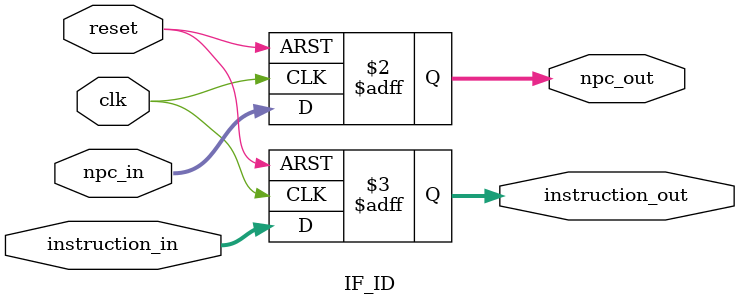
<source format=v>
`timescale 1ns / 1ps

module IF_ID(
    input clk, 
    input reset,
    input [31:0] npc_in, 
    input [31:0] instruction_in,
    output reg [31:0] npc_out, instruction_out
);
    always @(posedge clk or posedge reset) begin
        if (reset) begin
            npc_out <= 32'b0;
            instruction_out <= 32'b0;
        end else begin
            npc_out <= npc_in;
            instruction_out <= instruction_in;
        end
    end
endmodule

</source>
